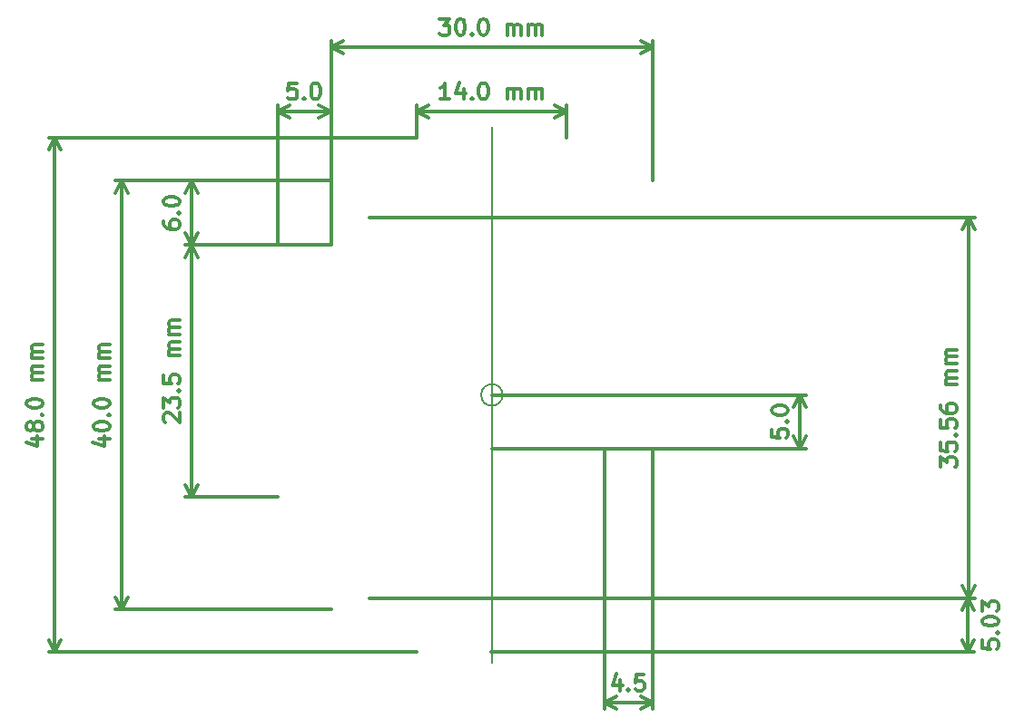
<source format=gbr>
G04 #@! TF.GenerationSoftware,KiCad,Pcbnew,6.0.11-2627ca5db0~126~ubuntu22.04.1*
G04 #@! TF.CreationDate,2023-12-06T10:35:34+01:00*
G04 #@! TF.ProjectId,bus-module_atmega328,6275732d-6d6f-4647-956c-655f61746d65,C*
G04 #@! TF.SameCoordinates,Original*
G04 #@! TF.FileFunction,Other,Comment*
%FSLAX46Y46*%
G04 Gerber Fmt 4.6, Leading zero omitted, Abs format (unit mm)*
G04 Created by KiCad (PCBNEW 6.0.11-2627ca5db0~126~ubuntu22.04.1) date 2023-12-06 10:35:34*
%MOMM*%
%LPD*%
G01*
G04 APERTURE LIST*
%ADD10C,0.200000*%
%ADD11C,0.300000*%
G04 APERTURE END LIST*
D10*
X100000000Y-75000000D02*
X100000000Y-125000000D01*
X101000000Y-100000000D02*
G75*
G03*
X101000000Y-100000000I-1000000J0D01*
G01*
D11*
X81785714Y-70878571D02*
X81071428Y-70878571D01*
X81000000Y-71592857D01*
X81071428Y-71521428D01*
X81214285Y-71450000D01*
X81571428Y-71450000D01*
X81714285Y-71521428D01*
X81785714Y-71592857D01*
X81857142Y-71735714D01*
X81857142Y-72092857D01*
X81785714Y-72235714D01*
X81714285Y-72307142D01*
X81571428Y-72378571D01*
X81214285Y-72378571D01*
X81071428Y-72307142D01*
X81000000Y-72235714D01*
X82500000Y-72235714D02*
X82571428Y-72307142D01*
X82500000Y-72378571D01*
X82428571Y-72307142D01*
X82500000Y-72235714D01*
X82500000Y-72378571D01*
X83500000Y-70878571D02*
X83642857Y-70878571D01*
X83785714Y-70950000D01*
X83857142Y-71021428D01*
X83928571Y-71164285D01*
X84000000Y-71450000D01*
X84000000Y-71807142D01*
X83928571Y-72092857D01*
X83857142Y-72235714D01*
X83785714Y-72307142D01*
X83642857Y-72378571D01*
X83500000Y-72378571D01*
X83357142Y-72307142D01*
X83285714Y-72235714D01*
X83214285Y-72092857D01*
X83142857Y-71807142D01*
X83142857Y-71450000D01*
X83214285Y-71164285D01*
X83285714Y-71021428D01*
X83357142Y-70950000D01*
X83500000Y-70878571D01*
X80000000Y-86000000D02*
X80000000Y-72913580D01*
X85000000Y-86000000D02*
X85000000Y-72913580D01*
X80000000Y-73500000D02*
X85000000Y-73500000D01*
X80000000Y-73500000D02*
X85000000Y-73500000D01*
X80000000Y-73500000D02*
X81126504Y-74086421D01*
X80000000Y-73500000D02*
X81126504Y-72913579D01*
X85000000Y-73500000D02*
X83873496Y-72913579D01*
X85000000Y-73500000D02*
X83873496Y-74086421D01*
X57128571Y-104071428D02*
X58128571Y-104071428D01*
X56557142Y-104428571D02*
X57628571Y-104785714D01*
X57628571Y-103857142D01*
X57271428Y-103071428D02*
X57200000Y-103214285D01*
X57128571Y-103285714D01*
X56985714Y-103357142D01*
X56914285Y-103357142D01*
X56771428Y-103285714D01*
X56700000Y-103214285D01*
X56628571Y-103071428D01*
X56628571Y-102785714D01*
X56700000Y-102642857D01*
X56771428Y-102571428D01*
X56914285Y-102500000D01*
X56985714Y-102500000D01*
X57128571Y-102571428D01*
X57200000Y-102642857D01*
X57271428Y-102785714D01*
X57271428Y-103071428D01*
X57342857Y-103214285D01*
X57414285Y-103285714D01*
X57557142Y-103357142D01*
X57842857Y-103357142D01*
X57985714Y-103285714D01*
X58057142Y-103214285D01*
X58128571Y-103071428D01*
X58128571Y-102785714D01*
X58057142Y-102642857D01*
X57985714Y-102571428D01*
X57842857Y-102500000D01*
X57557142Y-102500000D01*
X57414285Y-102571428D01*
X57342857Y-102642857D01*
X57271428Y-102785714D01*
X57985714Y-101857142D02*
X58057142Y-101785714D01*
X58128571Y-101857142D01*
X58057142Y-101928571D01*
X57985714Y-101857142D01*
X58128571Y-101857142D01*
X56628571Y-100857142D02*
X56628571Y-100714285D01*
X56700000Y-100571428D01*
X56771428Y-100500000D01*
X56914285Y-100428571D01*
X57200000Y-100357142D01*
X57557142Y-100357142D01*
X57842857Y-100428571D01*
X57985714Y-100500000D01*
X58057142Y-100571428D01*
X58128571Y-100714285D01*
X58128571Y-100857142D01*
X58057142Y-101000000D01*
X57985714Y-101071428D01*
X57842857Y-101142857D01*
X57557142Y-101214285D01*
X57200000Y-101214285D01*
X56914285Y-101142857D01*
X56771428Y-101071428D01*
X56700000Y-101000000D01*
X56628571Y-100857142D01*
X58128571Y-98571428D02*
X57128571Y-98571428D01*
X57271428Y-98571428D02*
X57200000Y-98500000D01*
X57128571Y-98357142D01*
X57128571Y-98142857D01*
X57200000Y-98000000D01*
X57342857Y-97928571D01*
X58128571Y-97928571D01*
X57342857Y-97928571D02*
X57200000Y-97857142D01*
X57128571Y-97714285D01*
X57128571Y-97500000D01*
X57200000Y-97357142D01*
X57342857Y-97285714D01*
X58128571Y-97285714D01*
X58128571Y-96571428D02*
X57128571Y-96571428D01*
X57271428Y-96571428D02*
X57200000Y-96500000D01*
X57128571Y-96357142D01*
X57128571Y-96142857D01*
X57200000Y-96000000D01*
X57342857Y-95928571D01*
X58128571Y-95928571D01*
X57342857Y-95928571D02*
X57200000Y-95857142D01*
X57128571Y-95714285D01*
X57128571Y-95500000D01*
X57200000Y-95357142D01*
X57342857Y-95285714D01*
X58128571Y-95285714D01*
X93000000Y-124000000D02*
X58663580Y-124000000D01*
X93000000Y-76000000D02*
X58663580Y-76000000D01*
X59250000Y-124000000D02*
X59250000Y-76000000D01*
X59250000Y-124000000D02*
X59250000Y-76000000D01*
X59250000Y-124000000D02*
X59836421Y-122873496D01*
X59250000Y-124000000D02*
X58663579Y-122873496D01*
X59250000Y-76000000D02*
X58663579Y-77126504D01*
X59250000Y-76000000D02*
X59836421Y-77126504D01*
X111964285Y-126628571D02*
X111964285Y-127628571D01*
X111607142Y-126057142D02*
X111250000Y-127128571D01*
X112178571Y-127128571D01*
X112750000Y-127485714D02*
X112821428Y-127557142D01*
X112750000Y-127628571D01*
X112678571Y-127557142D01*
X112750000Y-127485714D01*
X112750000Y-127628571D01*
X114178571Y-126128571D02*
X113464285Y-126128571D01*
X113392857Y-126842857D01*
X113464285Y-126771428D01*
X113607142Y-126700000D01*
X113964285Y-126700000D01*
X114107142Y-126771428D01*
X114178571Y-126842857D01*
X114250000Y-126985714D01*
X114250000Y-127342857D01*
X114178571Y-127485714D01*
X114107142Y-127557142D01*
X113964285Y-127628571D01*
X113607142Y-127628571D01*
X113464285Y-127557142D01*
X113392857Y-127485714D01*
X115000000Y-105000000D02*
X115000000Y-129336420D01*
X110500000Y-105000000D02*
X110500000Y-129336420D01*
X115000000Y-128750000D02*
X110500000Y-128750000D01*
X115000000Y-128750000D02*
X110500000Y-128750000D01*
X115000000Y-128750000D02*
X113873496Y-128163579D01*
X115000000Y-128750000D02*
X113873496Y-129336421D01*
X110500000Y-128750000D02*
X111626504Y-129336421D01*
X110500000Y-128750000D02*
X111626504Y-128163579D01*
X141833571Y-106761428D02*
X141833571Y-105832857D01*
X142405000Y-106332857D01*
X142405000Y-106118571D01*
X142476428Y-105975714D01*
X142547857Y-105904285D01*
X142690714Y-105832857D01*
X143047857Y-105832857D01*
X143190714Y-105904285D01*
X143262142Y-105975714D01*
X143333571Y-106118571D01*
X143333571Y-106547142D01*
X143262142Y-106690000D01*
X143190714Y-106761428D01*
X141833571Y-104475714D02*
X141833571Y-105190000D01*
X142547857Y-105261428D01*
X142476428Y-105190000D01*
X142405000Y-105047142D01*
X142405000Y-104690000D01*
X142476428Y-104547142D01*
X142547857Y-104475714D01*
X142690714Y-104404285D01*
X143047857Y-104404285D01*
X143190714Y-104475714D01*
X143262142Y-104547142D01*
X143333571Y-104690000D01*
X143333571Y-105047142D01*
X143262142Y-105190000D01*
X143190714Y-105261428D01*
X143190714Y-103761428D02*
X143262142Y-103690000D01*
X143333571Y-103761428D01*
X143262142Y-103832857D01*
X143190714Y-103761428D01*
X143333571Y-103761428D01*
X141833571Y-102332857D02*
X141833571Y-103047142D01*
X142547857Y-103118571D01*
X142476428Y-103047142D01*
X142405000Y-102904285D01*
X142405000Y-102547142D01*
X142476428Y-102404285D01*
X142547857Y-102332857D01*
X142690714Y-102261428D01*
X143047857Y-102261428D01*
X143190714Y-102332857D01*
X143262142Y-102404285D01*
X143333571Y-102547142D01*
X143333571Y-102904285D01*
X143262142Y-103047142D01*
X143190714Y-103118571D01*
X141833571Y-100975714D02*
X141833571Y-101261428D01*
X141905000Y-101404285D01*
X141976428Y-101475714D01*
X142190714Y-101618571D01*
X142476428Y-101690000D01*
X143047857Y-101690000D01*
X143190714Y-101618571D01*
X143262142Y-101547142D01*
X143333571Y-101404285D01*
X143333571Y-101118571D01*
X143262142Y-100975714D01*
X143190714Y-100904285D01*
X143047857Y-100832857D01*
X142690714Y-100832857D01*
X142547857Y-100904285D01*
X142476428Y-100975714D01*
X142405000Y-101118571D01*
X142405000Y-101404285D01*
X142476428Y-101547142D01*
X142547857Y-101618571D01*
X142690714Y-101690000D01*
X143333571Y-99047142D02*
X142333571Y-99047142D01*
X142476428Y-99047142D02*
X142405000Y-98975714D01*
X142333571Y-98832857D01*
X142333571Y-98618571D01*
X142405000Y-98475714D01*
X142547857Y-98404285D01*
X143333571Y-98404285D01*
X142547857Y-98404285D02*
X142405000Y-98332857D01*
X142333571Y-98190000D01*
X142333571Y-97975714D01*
X142405000Y-97832857D01*
X142547857Y-97761428D01*
X143333571Y-97761428D01*
X143333571Y-97047142D02*
X142333571Y-97047142D01*
X142476428Y-97047142D02*
X142405000Y-96975714D01*
X142333571Y-96832857D01*
X142333571Y-96618571D01*
X142405000Y-96475714D01*
X142547857Y-96404285D01*
X143333571Y-96404285D01*
X142547857Y-96404285D02*
X142405000Y-96332857D01*
X142333571Y-96190000D01*
X142333571Y-95975714D01*
X142405000Y-95832857D01*
X142547857Y-95761428D01*
X143333571Y-95761428D01*
X88575000Y-118970000D02*
X145041420Y-118970000D01*
X88575000Y-83410000D02*
X145041420Y-83410000D01*
X144455000Y-118970000D02*
X144455000Y-83410000D01*
X144455000Y-118970000D02*
X144455000Y-83410000D01*
X144455000Y-118970000D02*
X145041421Y-117843496D01*
X144455000Y-118970000D02*
X143868579Y-117843496D01*
X144455000Y-83410000D02*
X143868579Y-84536504D01*
X144455000Y-83410000D02*
X145041421Y-84536504D01*
X69521428Y-102535714D02*
X69450000Y-102464285D01*
X69378571Y-102321428D01*
X69378571Y-101964285D01*
X69450000Y-101821428D01*
X69521428Y-101750000D01*
X69664285Y-101678571D01*
X69807142Y-101678571D01*
X70021428Y-101750000D01*
X70878571Y-102607142D01*
X70878571Y-101678571D01*
X69378571Y-101178571D02*
X69378571Y-100250000D01*
X69950000Y-100750000D01*
X69950000Y-100535714D01*
X70021428Y-100392857D01*
X70092857Y-100321428D01*
X70235714Y-100250000D01*
X70592857Y-100250000D01*
X70735714Y-100321428D01*
X70807142Y-100392857D01*
X70878571Y-100535714D01*
X70878571Y-100964285D01*
X70807142Y-101107142D01*
X70735714Y-101178571D01*
X70735714Y-99607142D02*
X70807142Y-99535714D01*
X70878571Y-99607142D01*
X70807142Y-99678571D01*
X70735714Y-99607142D01*
X70878571Y-99607142D01*
X69378571Y-98178571D02*
X69378571Y-98892857D01*
X70092857Y-98964285D01*
X70021428Y-98892857D01*
X69950000Y-98750000D01*
X69950000Y-98392857D01*
X70021428Y-98250000D01*
X70092857Y-98178571D01*
X70235714Y-98107142D01*
X70592857Y-98107142D01*
X70735714Y-98178571D01*
X70807142Y-98250000D01*
X70878571Y-98392857D01*
X70878571Y-98750000D01*
X70807142Y-98892857D01*
X70735714Y-98964285D01*
X70878571Y-96321428D02*
X69878571Y-96321428D01*
X70021428Y-96321428D02*
X69950000Y-96250000D01*
X69878571Y-96107142D01*
X69878571Y-95892857D01*
X69950000Y-95750000D01*
X70092857Y-95678571D01*
X70878571Y-95678571D01*
X70092857Y-95678571D02*
X69950000Y-95607142D01*
X69878571Y-95464285D01*
X69878571Y-95250000D01*
X69950000Y-95107142D01*
X70092857Y-95035714D01*
X70878571Y-95035714D01*
X70878571Y-94321428D02*
X69878571Y-94321428D01*
X70021428Y-94321428D02*
X69950000Y-94250000D01*
X69878571Y-94107142D01*
X69878571Y-93892857D01*
X69950000Y-93750000D01*
X70092857Y-93678571D01*
X70878571Y-93678571D01*
X70092857Y-93678571D02*
X69950000Y-93607142D01*
X69878571Y-93464285D01*
X69878571Y-93250000D01*
X69950000Y-93107142D01*
X70092857Y-93035714D01*
X70878571Y-93035714D01*
X80000000Y-109500000D02*
X71413580Y-109500000D01*
X80000000Y-86000000D02*
X71413580Y-86000000D01*
X72000000Y-109500000D02*
X72000000Y-86000000D01*
X72000000Y-109500000D02*
X72000000Y-86000000D01*
X72000000Y-109500000D02*
X72586421Y-108373496D01*
X72000000Y-109500000D02*
X71413579Y-108373496D01*
X72000000Y-86000000D02*
X71413579Y-87126504D01*
X72000000Y-86000000D02*
X72586421Y-87126504D01*
X63378571Y-104071428D02*
X64378571Y-104071428D01*
X62807142Y-104428571D02*
X63878571Y-104785714D01*
X63878571Y-103857142D01*
X62878571Y-103000000D02*
X62878571Y-102857142D01*
X62950000Y-102714285D01*
X63021428Y-102642857D01*
X63164285Y-102571428D01*
X63450000Y-102500000D01*
X63807142Y-102500000D01*
X64092857Y-102571428D01*
X64235714Y-102642857D01*
X64307142Y-102714285D01*
X64378571Y-102857142D01*
X64378571Y-103000000D01*
X64307142Y-103142857D01*
X64235714Y-103214285D01*
X64092857Y-103285714D01*
X63807142Y-103357142D01*
X63450000Y-103357142D01*
X63164285Y-103285714D01*
X63021428Y-103214285D01*
X62950000Y-103142857D01*
X62878571Y-103000000D01*
X64235714Y-101857142D02*
X64307142Y-101785714D01*
X64378571Y-101857142D01*
X64307142Y-101928571D01*
X64235714Y-101857142D01*
X64378571Y-101857142D01*
X62878571Y-100857142D02*
X62878571Y-100714285D01*
X62950000Y-100571428D01*
X63021428Y-100500000D01*
X63164285Y-100428571D01*
X63450000Y-100357142D01*
X63807142Y-100357142D01*
X64092857Y-100428571D01*
X64235714Y-100500000D01*
X64307142Y-100571428D01*
X64378571Y-100714285D01*
X64378571Y-100857142D01*
X64307142Y-101000000D01*
X64235714Y-101071428D01*
X64092857Y-101142857D01*
X63807142Y-101214285D01*
X63450000Y-101214285D01*
X63164285Y-101142857D01*
X63021428Y-101071428D01*
X62950000Y-101000000D01*
X62878571Y-100857142D01*
X64378571Y-98571428D02*
X63378571Y-98571428D01*
X63521428Y-98571428D02*
X63450000Y-98500000D01*
X63378571Y-98357142D01*
X63378571Y-98142857D01*
X63450000Y-98000000D01*
X63592857Y-97928571D01*
X64378571Y-97928571D01*
X63592857Y-97928571D02*
X63450000Y-97857142D01*
X63378571Y-97714285D01*
X63378571Y-97500000D01*
X63450000Y-97357142D01*
X63592857Y-97285714D01*
X64378571Y-97285714D01*
X64378571Y-96571428D02*
X63378571Y-96571428D01*
X63521428Y-96571428D02*
X63450000Y-96500000D01*
X63378571Y-96357142D01*
X63378571Y-96142857D01*
X63450000Y-96000000D01*
X63592857Y-95928571D01*
X64378571Y-95928571D01*
X63592857Y-95928571D02*
X63450000Y-95857142D01*
X63378571Y-95714285D01*
X63378571Y-95500000D01*
X63450000Y-95357142D01*
X63592857Y-95285714D01*
X64378571Y-95285714D01*
X85000000Y-120000000D02*
X64913580Y-120000000D01*
X85000000Y-80000000D02*
X64913580Y-80000000D01*
X65500000Y-120000000D02*
X65500000Y-80000000D01*
X65500000Y-120000000D02*
X65500000Y-80000000D01*
X65500000Y-120000000D02*
X66086421Y-118873496D01*
X65500000Y-120000000D02*
X64913579Y-118873496D01*
X65500000Y-80000000D02*
X64913579Y-81126504D01*
X65500000Y-80000000D02*
X66086421Y-81126504D01*
X126128571Y-103214285D02*
X126128571Y-103928571D01*
X126842857Y-104000000D01*
X126771428Y-103928571D01*
X126700000Y-103785714D01*
X126700000Y-103428571D01*
X126771428Y-103285714D01*
X126842857Y-103214285D01*
X126985714Y-103142857D01*
X127342857Y-103142857D01*
X127485714Y-103214285D01*
X127557142Y-103285714D01*
X127628571Y-103428571D01*
X127628571Y-103785714D01*
X127557142Y-103928571D01*
X127485714Y-104000000D01*
X127485714Y-102500000D02*
X127557142Y-102428571D01*
X127628571Y-102500000D01*
X127557142Y-102571428D01*
X127485714Y-102500000D01*
X127628571Y-102500000D01*
X126128571Y-101500000D02*
X126128571Y-101357142D01*
X126200000Y-101214285D01*
X126271428Y-101142857D01*
X126414285Y-101071428D01*
X126700000Y-101000000D01*
X127057142Y-101000000D01*
X127342857Y-101071428D01*
X127485714Y-101142857D01*
X127557142Y-101214285D01*
X127628571Y-101357142D01*
X127628571Y-101500000D01*
X127557142Y-101642857D01*
X127485714Y-101714285D01*
X127342857Y-101785714D01*
X127057142Y-101857142D01*
X126700000Y-101857142D01*
X126414285Y-101785714D01*
X126271428Y-101714285D01*
X126200000Y-101642857D01*
X126128571Y-101500000D01*
X100000000Y-105000000D02*
X129336420Y-105000000D01*
X100000000Y-100000000D02*
X129336420Y-100000000D01*
X128750000Y-105000000D02*
X128750000Y-100000000D01*
X128750000Y-105000000D02*
X128750000Y-100000000D01*
X128750000Y-105000000D02*
X129336421Y-103873496D01*
X128750000Y-105000000D02*
X128163579Y-103873496D01*
X128750000Y-100000000D02*
X128163579Y-101126504D01*
X128750000Y-100000000D02*
X129336421Y-101126504D01*
X69378571Y-83785714D02*
X69378571Y-84071428D01*
X69450000Y-84214285D01*
X69521428Y-84285714D01*
X69735714Y-84428571D01*
X70021428Y-84500000D01*
X70592857Y-84500000D01*
X70735714Y-84428571D01*
X70807142Y-84357142D01*
X70878571Y-84214285D01*
X70878571Y-83928571D01*
X70807142Y-83785714D01*
X70735714Y-83714285D01*
X70592857Y-83642857D01*
X70235714Y-83642857D01*
X70092857Y-83714285D01*
X70021428Y-83785714D01*
X69950000Y-83928571D01*
X69950000Y-84214285D01*
X70021428Y-84357142D01*
X70092857Y-84428571D01*
X70235714Y-84500000D01*
X70735714Y-83000000D02*
X70807142Y-82928571D01*
X70878571Y-83000000D01*
X70807142Y-83071428D01*
X70735714Y-83000000D01*
X70878571Y-83000000D01*
X69378571Y-82000000D02*
X69378571Y-81857142D01*
X69450000Y-81714285D01*
X69521428Y-81642857D01*
X69664285Y-81571428D01*
X69950000Y-81500000D01*
X70307142Y-81500000D01*
X70592857Y-81571428D01*
X70735714Y-81642857D01*
X70807142Y-81714285D01*
X70878571Y-81857142D01*
X70878571Y-82000000D01*
X70807142Y-82142857D01*
X70735714Y-82214285D01*
X70592857Y-82285714D01*
X70307142Y-82357142D01*
X69950000Y-82357142D01*
X69664285Y-82285714D01*
X69521428Y-82214285D01*
X69450000Y-82142857D01*
X69378571Y-82000000D01*
X85000000Y-86000000D02*
X71413580Y-86000000D01*
X85000000Y-80000000D02*
X71413580Y-80000000D01*
X72000000Y-86000000D02*
X72000000Y-80000000D01*
X72000000Y-86000000D02*
X72000000Y-80000000D01*
X72000000Y-86000000D02*
X72586421Y-84873496D01*
X72000000Y-86000000D02*
X71413579Y-84873496D01*
X72000000Y-80000000D02*
X71413579Y-81126504D01*
X72000000Y-80000000D02*
X72586421Y-81126504D01*
X95142857Y-64878571D02*
X96071428Y-64878571D01*
X95571428Y-65450000D01*
X95785714Y-65450000D01*
X95928571Y-65521428D01*
X96000000Y-65592857D01*
X96071428Y-65735714D01*
X96071428Y-66092857D01*
X96000000Y-66235714D01*
X95928571Y-66307142D01*
X95785714Y-66378571D01*
X95357142Y-66378571D01*
X95214285Y-66307142D01*
X95142857Y-66235714D01*
X97000000Y-64878571D02*
X97142857Y-64878571D01*
X97285714Y-64950000D01*
X97357142Y-65021428D01*
X97428571Y-65164285D01*
X97500000Y-65450000D01*
X97500000Y-65807142D01*
X97428571Y-66092857D01*
X97357142Y-66235714D01*
X97285714Y-66307142D01*
X97142857Y-66378571D01*
X97000000Y-66378571D01*
X96857142Y-66307142D01*
X96785714Y-66235714D01*
X96714285Y-66092857D01*
X96642857Y-65807142D01*
X96642857Y-65450000D01*
X96714285Y-65164285D01*
X96785714Y-65021428D01*
X96857142Y-64950000D01*
X97000000Y-64878571D01*
X98142857Y-66235714D02*
X98214285Y-66307142D01*
X98142857Y-66378571D01*
X98071428Y-66307142D01*
X98142857Y-66235714D01*
X98142857Y-66378571D01*
X99142857Y-64878571D02*
X99285714Y-64878571D01*
X99428571Y-64950000D01*
X99500000Y-65021428D01*
X99571428Y-65164285D01*
X99642857Y-65450000D01*
X99642857Y-65807142D01*
X99571428Y-66092857D01*
X99500000Y-66235714D01*
X99428571Y-66307142D01*
X99285714Y-66378571D01*
X99142857Y-66378571D01*
X99000000Y-66307142D01*
X98928571Y-66235714D01*
X98857142Y-66092857D01*
X98785714Y-65807142D01*
X98785714Y-65450000D01*
X98857142Y-65164285D01*
X98928571Y-65021428D01*
X99000000Y-64950000D01*
X99142857Y-64878571D01*
X101428571Y-66378571D02*
X101428571Y-65378571D01*
X101428571Y-65521428D02*
X101500000Y-65450000D01*
X101642857Y-65378571D01*
X101857142Y-65378571D01*
X102000000Y-65450000D01*
X102071428Y-65592857D01*
X102071428Y-66378571D01*
X102071428Y-65592857D02*
X102142857Y-65450000D01*
X102285714Y-65378571D01*
X102500000Y-65378571D01*
X102642857Y-65450000D01*
X102714285Y-65592857D01*
X102714285Y-66378571D01*
X103428571Y-66378571D02*
X103428571Y-65378571D01*
X103428571Y-65521428D02*
X103500000Y-65450000D01*
X103642857Y-65378571D01*
X103857142Y-65378571D01*
X104000000Y-65450000D01*
X104071428Y-65592857D01*
X104071428Y-66378571D01*
X104071428Y-65592857D02*
X104142857Y-65450000D01*
X104285714Y-65378571D01*
X104500000Y-65378571D01*
X104642857Y-65450000D01*
X104714285Y-65592857D01*
X104714285Y-66378571D01*
X115000000Y-80000000D02*
X115000000Y-66913580D01*
X85000000Y-80000000D02*
X85000000Y-66913580D01*
X115000000Y-67500000D02*
X85000000Y-67500000D01*
X115000000Y-67500000D02*
X85000000Y-67500000D01*
X115000000Y-67500000D02*
X113873496Y-66913579D01*
X115000000Y-67500000D02*
X113873496Y-68086421D01*
X85000000Y-67500000D02*
X86126504Y-68086421D01*
X85000000Y-67500000D02*
X86126504Y-66913579D01*
X145753571Y-122916771D02*
X145753571Y-123631057D01*
X146467857Y-123702485D01*
X146396428Y-123631057D01*
X146325000Y-123488200D01*
X146325000Y-123131057D01*
X146396428Y-122988200D01*
X146467857Y-122916771D01*
X146610714Y-122845342D01*
X146967857Y-122845342D01*
X147110714Y-122916771D01*
X147182142Y-122988200D01*
X147253571Y-123131057D01*
X147253571Y-123488200D01*
X147182142Y-123631057D01*
X147110714Y-123702485D01*
X147110714Y-122202485D02*
X147182142Y-122131057D01*
X147253571Y-122202485D01*
X147182142Y-122273914D01*
X147110714Y-122202485D01*
X147253571Y-122202485D01*
X145753571Y-121202485D02*
X145753571Y-121059628D01*
X145825000Y-120916771D01*
X145896428Y-120845342D01*
X146039285Y-120773914D01*
X146325000Y-120702485D01*
X146682142Y-120702485D01*
X146967857Y-120773914D01*
X147110714Y-120845342D01*
X147182142Y-120916771D01*
X147253571Y-121059628D01*
X147253571Y-121202485D01*
X147182142Y-121345342D01*
X147110714Y-121416771D01*
X146967857Y-121488200D01*
X146682142Y-121559628D01*
X146325000Y-121559628D01*
X146039285Y-121488200D01*
X145896428Y-121416771D01*
X145825000Y-121345342D01*
X145753571Y-121202485D01*
X145753571Y-120202485D02*
X145753571Y-119273914D01*
X146325000Y-119773914D01*
X146325000Y-119559628D01*
X146396428Y-119416771D01*
X146467857Y-119345342D01*
X146610714Y-119273914D01*
X146967857Y-119273914D01*
X147110714Y-119345342D01*
X147182142Y-119416771D01*
X147253571Y-119559628D01*
X147253571Y-119988200D01*
X147182142Y-120131057D01*
X147110714Y-120202485D01*
X99974400Y-124002800D02*
X145010820Y-124002800D01*
X99974400Y-118973600D02*
X145010820Y-118973600D01*
X144424400Y-124002800D02*
X144424400Y-118973600D01*
X144424400Y-124002800D02*
X144424400Y-118973600D01*
X144424400Y-124002800D02*
X145010821Y-122876296D01*
X144424400Y-124002800D02*
X143837979Y-122876296D01*
X144424400Y-118973600D02*
X143837979Y-120100104D01*
X144424400Y-118973600D02*
X145010821Y-120100104D01*
X96071428Y-72378571D02*
X95214285Y-72378571D01*
X95642857Y-72378571D02*
X95642857Y-70878571D01*
X95500000Y-71092857D01*
X95357142Y-71235714D01*
X95214285Y-71307142D01*
X97357142Y-71378571D02*
X97357142Y-72378571D01*
X97000000Y-70807142D02*
X96642857Y-71878571D01*
X97571428Y-71878571D01*
X98142857Y-72235714D02*
X98214285Y-72307142D01*
X98142857Y-72378571D01*
X98071428Y-72307142D01*
X98142857Y-72235714D01*
X98142857Y-72378571D01*
X99142857Y-70878571D02*
X99285714Y-70878571D01*
X99428571Y-70950000D01*
X99500000Y-71021428D01*
X99571428Y-71164285D01*
X99642857Y-71450000D01*
X99642857Y-71807142D01*
X99571428Y-72092857D01*
X99500000Y-72235714D01*
X99428571Y-72307142D01*
X99285714Y-72378571D01*
X99142857Y-72378571D01*
X99000000Y-72307142D01*
X98928571Y-72235714D01*
X98857142Y-72092857D01*
X98785714Y-71807142D01*
X98785714Y-71450000D01*
X98857142Y-71164285D01*
X98928571Y-71021428D01*
X99000000Y-70950000D01*
X99142857Y-70878571D01*
X101428571Y-72378571D02*
X101428571Y-71378571D01*
X101428571Y-71521428D02*
X101500000Y-71450000D01*
X101642857Y-71378571D01*
X101857142Y-71378571D01*
X102000000Y-71450000D01*
X102071428Y-71592857D01*
X102071428Y-72378571D01*
X102071428Y-71592857D02*
X102142857Y-71450000D01*
X102285714Y-71378571D01*
X102500000Y-71378571D01*
X102642857Y-71450000D01*
X102714285Y-71592857D01*
X102714285Y-72378571D01*
X103428571Y-72378571D02*
X103428571Y-71378571D01*
X103428571Y-71521428D02*
X103500000Y-71450000D01*
X103642857Y-71378571D01*
X103857142Y-71378571D01*
X104000000Y-71450000D01*
X104071428Y-71592857D01*
X104071428Y-72378571D01*
X104071428Y-71592857D02*
X104142857Y-71450000D01*
X104285714Y-71378571D01*
X104500000Y-71378571D01*
X104642857Y-71450000D01*
X104714285Y-71592857D01*
X104714285Y-72378571D01*
X107000000Y-76000000D02*
X107000000Y-72913580D01*
X93000000Y-76000000D02*
X93000000Y-72913580D01*
X107000000Y-73500000D02*
X93000000Y-73500000D01*
X107000000Y-73500000D02*
X93000000Y-73500000D01*
X107000000Y-73500000D02*
X105873496Y-72913579D01*
X107000000Y-73500000D02*
X105873496Y-74086421D01*
X93000000Y-73500000D02*
X94126504Y-74086421D01*
X93000000Y-73500000D02*
X94126504Y-72913579D01*
M02*

</source>
